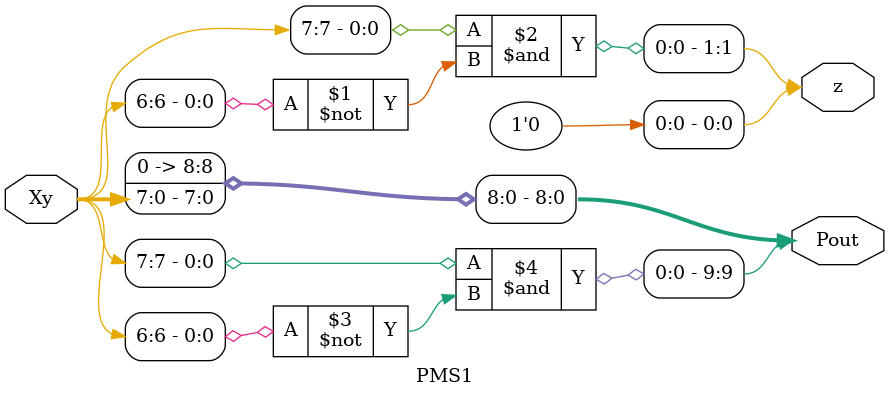
<source format=v>
`timescale 1ns / 1ps
module PMS1(Xy,Pout,z);
parameter N = 4;
localparam WL = N*2;

	input [WL-1:0] Xy;
	output [WL+1:0] Pout;
	output [1:0] z;
	
	assign z[1] = Xy[WL-1] & (~Xy[WL-2]);
	assign z[0] = 1'b0;
	assign Pout[WL+1] = Xy[WL-1] & (~Xy[WL-2]);
	assign Pout[WL:0] = {1'b0,Xy};


endmodule

</source>
